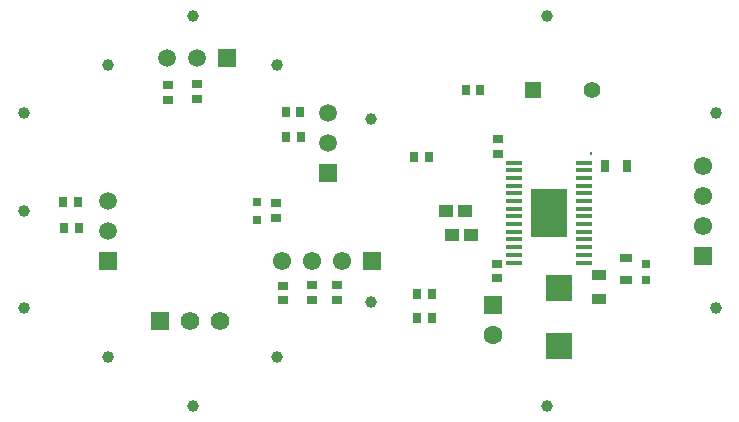
<source format=gbr>
G04*
G04 #@! TF.GenerationSoftware,Altium Limited,Altium Designer,25.8.1 (18)*
G04*
G04 Layer_Color=255*
%FSLAX25Y25*%
%MOIN*%
G70*
G04*
G04 #@! TF.SameCoordinates,CA0B9550-AE98-4C71-85A6-844D78770B91*
G04*
G04*
G04 #@! TF.FilePolarity,Positive*
G04*
G01*
G75*
%ADD16R,0.05550X0.01400*%
%ADD17R,0.03197X0.02985*%
%ADD18R,0.03543X0.03150*%
%ADD19R,0.02985X0.03197*%
%ADD20R,0.03740X0.03150*%
%ADD21R,0.03150X0.03150*%
%ADD22R,0.04355X0.02977*%
%ADD23R,0.02977X0.04355*%
%ADD24R,0.02756X0.02756*%
%ADD25R,0.08898X0.08504*%
%ADD26R,0.04749X0.03765*%
%ADD27R,0.03543X0.02953*%
%ADD28R,0.04748X0.04166*%
G04:AMPARAMS|DCode=29|XSize=39.37mil|YSize=39.37mil|CornerRadius=19.68mil|HoleSize=0mil|Usage=FLASHONLY|Rotation=150.000|XOffset=0mil|YOffset=0mil|HoleType=Round|Shape=RoundedRectangle|*
%AMROUNDEDRECTD29*
21,1,0.03937,0.00000,0,0,150.0*
21,1,0.00000,0.03937,0,0,150.0*
1,1,0.03937,0.00000,0.00000*
1,1,0.03937,0.00000,0.00000*
1,1,0.03937,0.00000,0.00000*
1,1,0.03937,0.00000,0.00000*
%
%ADD29ROUNDEDRECTD29*%
G04:AMPARAMS|DCode=30|XSize=39.37mil|YSize=39.37mil|CornerRadius=19.68mil|HoleSize=0mil|Usage=FLASHONLY|Rotation=90.000|XOffset=0mil|YOffset=0mil|HoleType=Round|Shape=RoundedRectangle|*
%AMROUNDEDRECTD30*
21,1,0.03937,0.00000,0,0,90.0*
21,1,0.00000,0.03937,0,0,90.0*
1,1,0.03937,0.00000,0.00000*
1,1,0.03937,0.00000,0.00000*
1,1,0.03937,0.00000,0.00000*
1,1,0.03937,0.00000,0.00000*
%
%ADD30ROUNDEDRECTD30*%
G04:AMPARAMS|DCode=31|XSize=39.37mil|YSize=39.37mil|CornerRadius=19.68mil|HoleSize=0mil|Usage=FLASHONLY|Rotation=210.000|XOffset=0mil|YOffset=0mil|HoleType=Round|Shape=RoundedRectangle|*
%AMROUNDEDRECTD31*
21,1,0.03937,0.00000,0,0,210.0*
21,1,0.00000,0.03937,0,0,210.0*
1,1,0.03937,0.00000,0.00000*
1,1,0.03937,0.00000,0.00000*
1,1,0.03937,0.00000,0.00000*
1,1,0.03937,0.00000,0.00000*
%
%ADD31ROUNDEDRECTD31*%
%ADD32R,0.12200X0.15900*%
%ADD41R,0.05984X0.05984*%
%ADD42C,0.05984*%
%ADD48R,0.05984X0.05984*%
%ADD49C,0.06181*%
%ADD50R,0.06181X0.06181*%
%ADD52R,0.00800X0.00800*%
%ADD54C,0.06102*%
%ADD55R,0.06102X0.06102*%
%ADD56R,0.06102X0.06102*%
%ADD57C,0.05512*%
%ADD58R,0.05512X0.05512*%
%ADD59C,0.06299*%
%ADD60R,0.06299X0.06299*%
D16*
X70374Y-1844D02*
D03*
Y-4403D02*
D03*
Y3274D02*
D03*
Y715D02*
D03*
Y8392D02*
D03*
Y5833D02*
D03*
Y-6962D02*
D03*
Y-9521D02*
D03*
X47124Y3274D02*
D03*
Y715D02*
D03*
Y16069D02*
D03*
X70374Y-14639D02*
D03*
X47124Y-6962D02*
D03*
Y-12080D02*
D03*
Y10951D02*
D03*
X70374Y-17198D02*
D03*
X47124Y13510D02*
D03*
Y8392D02*
D03*
Y5833D02*
D03*
Y-1844D02*
D03*
Y-4403D02*
D03*
Y-9521D02*
D03*
Y-14639D02*
D03*
Y-17198D02*
D03*
X70374Y13510D02*
D03*
Y-12080D02*
D03*
Y10951D02*
D03*
Y16069D02*
D03*
D17*
X-58388Y42214D02*
D03*
Y37277D02*
D03*
X-11824Y-29689D02*
D03*
X-20175Y-29599D02*
D03*
X-29941Y-29801D02*
D03*
Y-24864D02*
D03*
X-20175Y-24661D02*
D03*
X-11824Y-24752D02*
D03*
X-68306Y37105D02*
D03*
Y42042D02*
D03*
D18*
X41847Y23933D02*
D03*
Y19012D02*
D03*
D19*
X-28854Y24642D02*
D03*
X13942Y17883D02*
D03*
X-103092Y2822D02*
D03*
X35937Y40223D02*
D03*
X31000D02*
D03*
X19737Y-27559D02*
D03*
X14800D02*
D03*
X19737Y-35764D02*
D03*
X14800D02*
D03*
X-98155Y2822D02*
D03*
X-102691Y-5658D02*
D03*
X-97754D02*
D03*
X-28960Y32950D02*
D03*
X-24023D02*
D03*
X-23917Y24642D02*
D03*
X18879Y17883D02*
D03*
D20*
X-32329Y2578D02*
D03*
Y-2343D02*
D03*
D21*
X-38543Y-3097D02*
D03*
Y2809D02*
D03*
D22*
X84631Y-15772D02*
D03*
Y-23055D02*
D03*
D23*
X84746Y14900D02*
D03*
X77463D02*
D03*
D24*
X91260Y-17537D02*
D03*
Y-23048D02*
D03*
D25*
X62148Y-45040D02*
D03*
Y-25749D02*
D03*
D26*
X75480Y-21248D02*
D03*
Y-29319D02*
D03*
D27*
X41352Y-22449D02*
D03*
Y-17724D02*
D03*
D28*
X24397Y-65D02*
D03*
X30704D02*
D03*
X32739Y-8134D02*
D03*
X26432D02*
D03*
D29*
X-116326Y32520D02*
D03*
X114449Y-32520D02*
D03*
X-116339Y0D02*
D03*
D30*
X-60000Y65039D02*
D03*
X58110Y-65039D02*
D03*
X-661Y30520D02*
D03*
X58110Y65039D02*
D03*
X-661Y-30520D02*
D03*
X-60000Y-65039D02*
D03*
X-31850Y-48780D02*
D03*
X-88150Y48780D02*
D03*
D31*
X-116326Y-32520D02*
D03*
X114449Y32520D02*
D03*
X-88150Y-48780D02*
D03*
X-31850Y48780D02*
D03*
D32*
X58749Y-565D02*
D03*
D41*
X-88073Y-16726D02*
D03*
X-14976Y12556D02*
D03*
D42*
X-88073Y-6726D02*
D03*
Y3274D02*
D03*
X-58492Y50888D02*
D03*
X-68492D02*
D03*
X-14976Y32556D02*
D03*
Y22556D02*
D03*
D48*
X-48492Y50888D02*
D03*
D49*
X-50858Y-36615D02*
D03*
X-60858D02*
D03*
D50*
X-70858D02*
D03*
D52*
X72863Y19309D02*
D03*
Y19109D02*
D03*
D54*
X110273Y-4970D02*
D03*
Y5030D02*
D03*
X110273Y15030D02*
D03*
X-30038Y-16647D02*
D03*
X-10038D02*
D03*
X-20038D02*
D03*
D55*
X110273Y-14970D02*
D03*
D56*
X-38Y-16647D02*
D03*
D57*
X73118Y40397D02*
D03*
D58*
X53433D02*
D03*
D59*
X40225Y-41240D02*
D03*
D60*
Y-31240D02*
D03*
M02*

</source>
